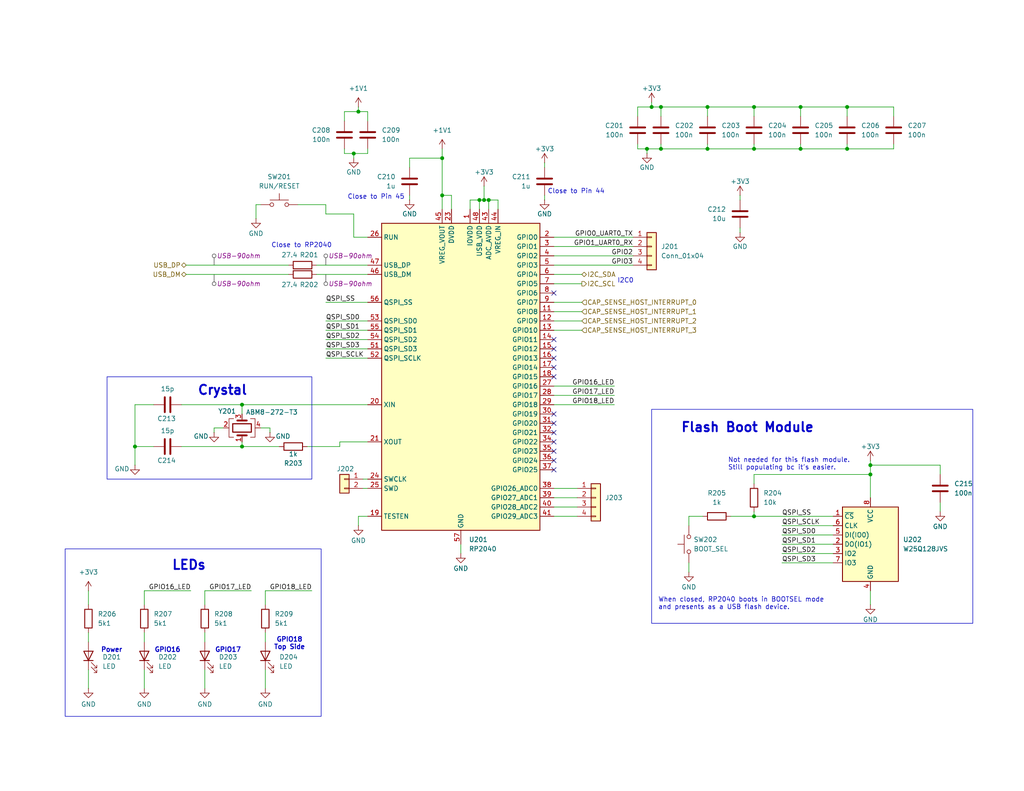
<source format=kicad_sch>
(kicad_sch (version 20231120) (generator "eeschema") (generator_version "8.0")
  (paper "USLetter")
  (lib_symbols
    (symbol "Connector_Generic:Conn_01x02" (pin_names (offset 1.016) hide)
      (property "Reference" "J" (at 0 2.54 0))
      (property "Value" "Conn_01x02" (at 0 -5.08 0))
      (symbol "Conn_01x02_1_1"
        (rectangle (start -1.27 -2.413) (end 0 -2.667) (stroke (width 0.1524)))
        (rectangle (start -1.27 0.127) (end 0 -0.127) (stroke (width 0.1524)))
        (rectangle (start -1.27 1.27) (end 1.27 -3.81) (stroke (width 0.254)) (fill (type background)))
        (pin passive line (at -5.08 0 0) (length 3.81) (name "Pin_1") (number "1"))
        (pin passive line (at -5.08 -2.54 0) (length 3.81) (name "Pin_2") (number "2"))
      )
    )
    (symbol "Connector_Generic:Conn_01x04" (pin_names (offset 1.016) hide)
      (property "Reference" "J" (at 0 5.08 0))
      (property "Value" "Conn_01x04" (at 0 -7.62 0))
      (symbol "Conn_01x04_1_1"
        (rectangle (start -1.27 -4.953) (end 0 -5.207) (stroke (width 0.1524)))
        (rectangle (start -1.27 -2.413) (end 0 -2.667) (stroke (width 0.1524)))
        (rectangle (start -1.27 0.127) (end 0 -0.127) (stroke (width 0.1524)))
        (rectangle (start -1.27 2.667) (end 0 2.413) (stroke (width 0.1524)))
        (rectangle (start -1.27 3.81) (end 1.27 -6.35) (stroke (width 0.254)) (fill (type background)))
        (pin passive line (at -5.08 2.54 0) (length 3.81) (name "Pin_1") (number "1"))
        (pin passive line (at -5.08 0 0) (length 3.81) (name "Pin_2") (number "2"))
        (pin passive line (at -5.08 -2.54 0) (length 3.81) (name "Pin_3") (number "3"))
        (pin passive line (at -5.08 -5.08 0) (length 3.81) (name "Pin_4") (number "4"))
      )
    )
    (symbol "Device:C" (pin_numbers hide) (pin_names (offset 0.254))
      (property "Reference" "C" (at 0.635 2.54 0))
      (property "Value" "C" (at 0.635 -2.54 0))
      (symbol "C_0_1"
        (polyline (pts (xy -2.032 -0.762) (xy 2.032 -0.762)) (stroke (width 0.508)))
        (polyline (pts (xy -2.032 0.762) (xy 2.032 0.762)) (stroke (width 0.508)))
      )
      (symbol "C_1_1"
        (pin passive line (at 0 3.81 270) (length 2.794) (name "~") (number "1"))
        (pin passive line (at 0 -3.81 90) (length 2.794) (name "~") (number "2"))
      )
    )
    (symbol "Device:Crystal_GND24" (pin_names (offset 1.016) hide)
      (property "Reference" "Y" (at 3.175 5.08 0))
      (property "Value" "Crystal_GND24" (at 3.175 3.175 0))
      (symbol "Crystal_GND24_0_1"
        (rectangle (start -1.143 2.54) (end 1.143 -2.54) (stroke (width 0.3048)))
        (polyline (pts (xy -2.54 0) (xy -2.032 0)))
        (polyline (pts (xy -2.032 -1.27) (xy -2.032 1.27)) (stroke (width 0.508)))
        (polyline (pts (xy 0 -3.81) (xy 0 -3.556)))
        (polyline (pts (xy 0 3.556) (xy 0 3.81)))
        (polyline (pts (xy 2.032 -1.27) (xy 2.032 1.27)) (stroke (width 0.508)))
        (polyline (pts (xy 2.032 0) (xy 2.54 0)))
        (polyline (pts (xy -2.54 -2.286) (xy -2.54 -3.556) (xy 2.54 -3.556) (xy 2.54 -2.286)))
        (polyline (pts (xy -2.54 2.286) (xy -2.54 3.556) (xy 2.54 3.556) (xy 2.54 2.286)))
      )
      (symbol "Crystal_GND24_1_1"
        (pin passive line (at -3.81 0 0) (length 1.27) (name "1") (number "1"))
        (pin passive line (at 0 5.08 270) (length 1.27) (name "2") (number "2"))
        (pin passive line (at 3.81 0 180) (length 1.27) (name "3") (number "3"))
        (pin passive line (at 0 -5.08 90) (length 1.27) (name "4") (number "4"))
      )
    )
    (symbol "Device:LED" (pin_numbers hide) (pin_names (offset 1.016) hide)
      (property "Reference" "D" (at 0 2.54 0))
      (property "Value" "LED" (at 0 -2.54 0))
      (symbol "LED_0_1"
        (polyline (pts (xy -1.27 -1.27) (xy -1.27 1.27)) (stroke (width 0.254)))
        (polyline (pts (xy -1.27 0) (xy 1.27 0)))
        (polyline (pts (xy 1.27 -1.27) (xy 1.27 1.27) (xy -1.27 0) (xy 1.27 -1.27)) (stroke (width 0.254)))
        (polyline (pts (xy -3.048 -0.762) (xy -4.572 -2.286) (xy -3.81 -2.286) (xy -4.572 -2.286) (xy -4.572 -1.524)))
        (polyline (pts (xy -1.778 -0.762) (xy -3.302 -2.286) (xy -2.54 -2.286) (xy -3.302 -2.286) (xy -3.302 -1.524)))
      )
      (symbol "LED_1_1"
        (pin passive line (at -3.81 0 0) (length 2.54) (name "K") (number "1"))
        (pin passive line (at 3.81 0 180) (length 2.54) (name "A") (number "2"))
      )
    )
    (symbol "Device:R" (pin_numbers hide) (pin_names (offset 0))
      (property "Reference" "R" (at 2.032 0 90))
      (property "Value" "R" (at 0 0 90))
      (symbol "R_0_1"
        (rectangle (start -1.016 -2.54) (end 1.016 2.54) (stroke (width 0.254)))
      )
      (symbol "R_1_1"
        (pin passive line (at 0 3.81 270) (length 1.27) (name "~") (number "1"))
        (pin passive line (at 0 -3.81 90) (length 1.27) (name "~") (number "2"))
      )
    )
    (symbol "MCU_RaspberryPi:RP2040"
      (property "Reference" "U" (at 17.78 45.72 0))
      (property "Value" "RP2040" (at 17.78 43.18 0))
      (symbol "RP2040_0_1"
        (rectangle (start -21.59 41.91) (end 21.59 -41.91) (stroke (width 0.254)) (fill (type background)))
      )
      (symbol "RP2040_1_1"
        (pin power_in line (at 2.54 45.72 270) (length 3.81) (name "IOVDD") (number "1"))
        (pin passive line (at 2.54 45.72 270) (length 3.81) hide (name "IOVDD") (number "10"))
        (pin bidirectional line (at 25.4 17.78 180) (length 3.81) (name "GPIO8") (number "11"))
        (pin bidirectional line (at 25.4 15.24 180) (length 3.81) (name "GPIO9") (number "12"))
        (pin bidirectional line (at 25.4 12.7 180) (length 3.81) (name "GPIO10") (number "13"))
        (pin bidirectional line (at 25.4 10.16 180) (length 3.81) (name "GPIO11") (number "14"))
        (pin bidirectional line (at 25.4 7.62 180) (length 3.81) (name "GPIO12") (number "15"))
        (pin bidirectional line (at 25.4 5.08 180) (length 3.81) (name "GPIO13") (number "16"))
        (pin bidirectional line (at 25.4 2.54 180) (length 3.81) (name "GPIO14") (number "17"))
        (pin bidirectional line (at 25.4 0 180) (length 3.81) (name "GPIO15") (number "18"))
        (pin input line (at -25.4 -38.1 0) (length 3.81) (name "TESTEN") (number "19"))
        (pin bidirectional line (at 25.4 38.1 180) (length 3.81) (name "GPIO0") (number "2"))
        (pin input line (at -25.4 -7.62 0) (length 3.81) (name "XIN") (number "20"))
        (pin passive line (at -25.4 -17.78 0) (length 3.81) (name "XOUT") (number "21"))
        (pin passive line (at 2.54 45.72 270) (length 3.81) hide (name "IOVDD") (number "22"))
        (pin power_in line (at -2.54 45.72 270) (length 3.81) (name "DVDD") (number "23"))
        (pin input line (at -25.4 -27.94 0) (length 3.81) (name "SWCLK") (number "24"))
        (pin bidirectional line (at -25.4 -30.48 0) (length 3.81) (name "SWD") (number "25"))
        (pin input line (at -25.4 38.1 0) (length 3.81) (name "RUN") (number "26"))
        (pin bidirectional line (at 25.4 -2.54 180) (length 3.81) (name "GPIO16") (number "27"))
        (pin bidirectional line (at 25.4 -5.08 180) (length 3.81) (name "GPIO17") (number "28"))
        (pin bidirectional line (at 25.4 -7.62 180) (length 3.81) (name "GPIO18") (number "29"))
        (pin bidirectional line (at 25.4 35.56 180) (length 3.81) (name "GPIO1") (number "3"))
        (pin bidirectional line (at 25.4 -10.16 180) (length 3.81) (name "GPIO19") (number "30"))
        (pin bidirectional line (at 25.4 -12.7 180) (length 3.81) (name "GPIO20") (number "31"))
        (pin bidirectional line (at 25.4 -15.24 180) (length 3.81) (name "GPIO21") (number "32"))
        (pin passive line (at 2.54 45.72 270) (length 3.81) hide (name "IOVDD") (number "33"))
        (pin bidirectional line (at 25.4 -17.78 180) (length 3.81) (name "GPIO22") (number "34"))
        (pin bidirectional line (at 25.4 -20.32 180) (length 3.81) (name "GPIO23") (number "35"))
        (pin bidirectional line (at 25.4 -22.86 180) (length 3.81) (name "GPIO24") (number "36"))
        (pin bidirectional line (at 25.4 -25.4 180) (length 3.81) (name "GPIO25") (number "37"))
        (pin bidirectional line (at 25.4 -30.48 180) (length 3.81) (name "GPIO26_ADC0") (number "38"))
        (pin bidirectional line (at 25.4 -33.02 180) (length 3.81) (name "GPIO27_ADC1") (number "39"))
        (pin bidirectional line (at 25.4 33.02 180) (length 3.81) (name "GPIO2") (number "4"))
        (pin bidirectional line (at 25.4 -35.56 180) (length 3.81) (name "GPIO28_ADC2") (number "40"))
        (pin bidirectional line (at 25.4 -38.1 180) (length 3.81) (name "GPIO29_ADC3") (number "41"))
        (pin passive line (at 2.54 45.72 270) (length 3.81) hide (name "IOVDD") (number "42"))
        (pin power_in line (at 7.62 45.72 270) (length 3.81) (name "ADC_AVDD") (number "43"))
        (pin power_in line (at 10.16 45.72 270) (length 3.81) (name "VREG_IN") (number "44"))
        (pin power_out line (at -5.08 45.72 270) (length 3.81) (name "VREG_VOUT") (number "45"))
        (pin bidirectional line (at -25.4 27.94 0) (length 3.81) (name "USB_DM") (number "46"))
        (pin bidirectional line (at -25.4 30.48 0) (length 3.81) (name "USB_DP") (number "47"))
        (pin power_in line (at 5.08 45.72 270) (length 3.81) (name "USB_VDD") (number "48"))
        (pin passive line (at 2.54 45.72 270) (length 3.81) hide (name "IOVDD") (number "49"))
        (pin bidirectional line (at 25.4 30.48 180) (length 3.81) (name "GPIO3") (number "5"))
        (pin passive line (at -2.54 45.72 270) (length 3.81) hide (name "DVDD") (number "50"))
        (pin bidirectional line (at -25.4 7.62 0) (length 3.81) (name "QSPI_SD3") (number "51"))
        (pin output line (at -25.4 5.08 0) (length 3.81) (name "QSPI_SCLK") (number "52"))
        (pin bidirectional line (at -25.4 15.24 0) (length 3.81) (name "QSPI_SD0") (number "53"))
        (pin bidirectional line (at -25.4 10.16 0) (length 3.81) (name "QSPI_SD2") (number "54"))
        (pin bidirectional line (at -25.4 12.7 0) (length 3.81) (name "QSPI_SD1") (number "55"))
        (pin bidirectional line (at -25.4 20.32 0) (length 3.81) (name "QSPI_SS") (number "56"))
        (pin power_in line (at 0 -45.72 90) (length 3.81) (name "GND") (number "57"))
        (pin bidirectional line (at 25.4 27.94 180) (length 3.81) (name "GPIO4") (number "6"))
        (pin bidirectional line (at 25.4 25.4 180) (length 3.81) (name "GPIO5") (number "7"))
        (pin bidirectional line (at 25.4 22.86 180) (length 3.81) (name "GPIO6") (number "8"))
        (pin bidirectional line (at 25.4 20.32 180) (length 3.81) (name "GPIO7") (number "9"))
      )
    )
    (symbol "Memory_Flash:W25Q128JVS"
      (property "Reference" "U" (at -8.89 8.89 0))
      (property "Value" "W25Q128JVS" (at 7.62 8.89 0))
      (symbol "W25Q128JVS_0_1"
        (rectangle (start -7.62 10.16) (end 7.62 -10.16) (stroke (width 0.254)) (fill (type background)))
      )
      (symbol "W25Q128JVS_1_1"
        (pin input line (at -10.16 7.62 0) (length 2.54) (name "~{CS}") (number "1"))
        (pin bidirectional line (at -10.16 0 0) (length 2.54) (name "DO(IO1)") (number "2"))
        (pin bidirectional line (at -10.16 -2.54 0) (length 2.54) (name "IO2") (number "3"))
        (pin power_in line (at 0 -12.7 90) (length 2.54) (name "GND") (number "4"))
        (pin bidirectional line (at -10.16 2.54 0) (length 2.54) (name "DI(IO0)") (number "5"))
        (pin input line (at -10.16 5.08 0) (length 2.54) (name "CLK") (number "6"))
        (pin bidirectional line (at -10.16 -5.08 0) (length 2.54) (name "IO3") (number "7"))
        (pin power_in line (at 0 12.7 270) (length 2.54) (name "VCC") (number "8"))
      )
    )
    (symbol "Switch:SW_Push" (pin_numbers hide) (pin_names (offset 1.016) hide)
      (property "Reference" "SW" (at 1.27 2.54 0))
      (property "Value" "SW_Push" (at 0 -1.524 0))
      (symbol "SW_Push_0_1"
        (circle (center -2.032 0) (radius 0.508))
        (polyline (pts (xy 0 1.27) (xy 0 3.048)))
        (polyline (pts (xy 2.54 1.27) (xy -2.54 1.27)))
        (circle (center 2.032 0) (radius 0.508))
        (pin passive line (at -5.08 0 0) (length 2.54) (name "1") (number "1"))
        (pin passive line (at 5.08 0 180) (length 2.54) (name "2") (number "2"))
      )
    )
    (symbol "power:+1V1" (power) (pin_numbers hide) (pin_names (offset 0) hide)
      (property "Value" "+1V1" (at 0 3.556 0))
      (symbol "+1V1_0_1"
        (polyline (pts (xy -0.762 1.27) (xy 0 2.54)))
        (polyline (pts (xy 0 0) (xy 0 2.54)))
        (polyline (pts (xy 0 2.54) (xy 0.762 1.27)))
      )
      (symbol "+1V1_1_1"
        (pin power_in line (at 0 0 90) (length 0) (name "~") (number "1"))
      )
    )
    (symbol "power:+3V3" (power) (pin_numbers hide) (pin_names (offset 0) hide)
      (property "Value" "+3V3" (at 0 3.556 0))
      (symbol "+3V3_0_1"
        (polyline (pts (xy -0.762 1.27) (xy 0 2.54)))
        (polyline (pts (xy 0 0) (xy 0 2.54)))
        (polyline (pts (xy 0 2.54) (xy 0.762 1.27)))
      )
      (symbol "+3V3_1_1"
        (pin power_in line (at 0 0 90) (length 0) (name "~") (number "1"))
      )
    )
    (symbol "power:GND" (power) (pin_numbers hide) (pin_names (offset 0) hide)
      (property "Value" "GND" (at 0 -3.81 0))
      (symbol "GND_0_1"
        (polyline (pts (xy 0 0) (xy 0 -1.27) (xy 1.27 -1.27) (xy 0 -2.54) (xy -1.27 -1.27) (xy 0 -1.27)))
      )
      (symbol "GND_1_1"
        (pin power_in line (at 0 0 270) (length 0) (name "~") (number "1"))
      )
    )
  )
  (junction (at 97.79 30.48))
  (junction (at 120.65 43.18))
  (junction (at 36.83 121.92))
  (junction (at 177.8 29.21))
  (junction (at 218.44 29.21))
  (junction (at 180.34 40.64))
  (junction (at 193.04 40.64))
  (junction (at 237.49 127))
  (junction (at 176.53 40.64))
  (junction (at 130.81 54.61))
  (junction (at 96.52 41.91))
  (junction (at 218.44 40.64))
  (junction (at 231.14 40.64))
  (junction (at 132.08 54.61))
  (junction (at 205.74 40.64))
  (junction (at 237.49 129.54))
  (junction (at 193.04 29.21))
  (junction (at 231.14 29.21))
  (junction (at 180.34 29.21))
  (junction (at 133.35 54.61))
  (junction (at 66.04 110.49))
  (junction (at 205.74 29.21))
  (junction (at 66.04 121.92))
  (junction (at 120.65 53.34))
  (junction (at 205.74 140.97))
  (no_connect (at 151.13 100.33))
  (no_connect (at 151.13 80.01))
  (no_connect (at 151.13 95.25))
  (no_connect (at 151.13 128.27))
  (no_connect (at 151.13 97.79))
  (no_connect (at 151.13 102.87))
  (no_connect (at 151.13 92.71))
  (no_connect (at 151.13 113.03))
  (no_connect (at 151.13 118.11))
  (no_connect (at 151.13 123.19))
  (no_connect (at 151.13 120.65))
  (no_connect (at 151.13 125.73))
  (no_connect (at 151.13 115.57))
  (wire (pts (xy 205.74 40.64) (xy 193.04 40.64)))
  (wire (pts (xy 237.49 129.54) (xy 237.49 135.89)))
  (wire (pts (xy 151.13 64.77) (xy 172.72 64.77)))
  (wire (pts (xy 58.42 116.84) (xy 58.42 118.11)))
  (wire (pts (xy 193.04 39.37) (xy 193.04 40.64)))
  (wire (pts (xy 151.13 69.85) (xy 172.72 69.85)))
  (wire (pts (xy 130.81 54.61) (xy 130.81 57.15)))
  (wire (pts (xy 218.44 29.21) (xy 231.14 29.21)))
  (wire (pts (xy 135.89 54.61) (xy 133.35 54.61)))
  (wire (pts (xy 237.49 127) (xy 237.49 129.54)))
  (wire (pts (xy 81.28 55.88) (xy 88.9 55.88)))
  (wire (pts (xy 88.9 58.42) (xy 88.9 55.88)))
  (wire (pts (xy 86.36 72.39) (xy 100.33 72.39)))
  (wire (pts (xy 243.84 40.64) (xy 231.14 40.64)))
  (wire (pts (xy 58.42 116.84) (xy 60.96 116.84)))
  (wire (pts (xy 72.39 161.29) (xy 85.09 161.29)))
  (wire (pts (xy 123.19 57.15) (xy 123.19 53.34)))
  (wire (pts (xy 39.37 161.29) (xy 52.07 161.29)))
  (wire (pts (xy 173.99 31.75) (xy 173.99 29.21)))
  (wire (pts (xy 96.52 43.18) (xy 96.52 41.91)))
  (wire (pts (xy 55.88 182.88) (xy 55.88 187.96)))
  (wire (pts (xy 187.96 153.67) (xy 187.96 156.21)))
  (wire (pts (xy 176.53 40.64) (xy 180.34 40.64)))
  (wire (pts (xy 72.39 172.72) (xy 72.39 175.26)))
  (wire (pts (xy 201.93 53.34) (xy 201.93 54.61)))
  (wire (pts (xy 99.06 133.35) (xy 100.33 133.35)))
  (wire (pts (xy 83.82 121.92) (xy 92.71 121.92)))
  (wire (pts (xy 205.74 132.08) (xy 205.74 129.54)))
  (wire (pts (xy 55.88 161.29) (xy 68.58 161.29)))
  (wire (pts (xy 237.49 127) (xy 256.54 127)))
  (wire (pts (xy 130.81 54.61) (xy 132.08 54.61)))
  (wire (pts (xy 50.8 74.93) (xy 78.74 74.93)))
  (wire (pts (xy 201.93 62.23) (xy 201.93 63.5)))
  (wire (pts (xy 205.74 139.7) (xy 205.74 140.97)))
  (wire (pts (xy 125.73 148.59) (xy 125.73 151.13)))
  (wire (pts (xy 120.65 40.64) (xy 120.65 43.18)))
  (wire (pts (xy 97.79 29.21) (xy 97.79 30.48)))
  (wire (pts (xy 176.53 40.64) (xy 173.99 40.64)))
  (wire (pts (xy 176.53 41.91) (xy 176.53 40.64)))
  (wire (pts (xy 151.13 85.09) (xy 158.75 85.09)))
  (wire (pts (xy 151.13 72.39) (xy 172.72 72.39)))
  (wire (pts (xy 148.59 53.34) (xy 148.59 54.61)))
  (wire (pts (xy 111.76 45.72) (xy 111.76 43.18)))
  (wire (pts (xy 96.52 41.91) (xy 93.98 41.91)))
  (wire (pts (xy 205.74 29.21) (xy 218.44 29.21)))
  (wire (pts (xy 71.12 116.84) (xy 73.66 116.84)))
  (wire (pts (xy 218.44 40.64) (xy 205.74 40.64)))
  (wire (pts (xy 69.85 55.88) (xy 71.12 55.88)))
  (wire (pts (xy 231.14 40.64) (xy 218.44 40.64)))
  (wire (pts (xy 151.13 90.17) (xy 158.75 90.17)))
  (wire (pts (xy 72.39 161.29) (xy 72.39 165.1)))
  (wire (pts (xy 86.36 74.93) (xy 100.33 74.93)))
  (wire (pts (xy 133.35 54.61) (xy 132.08 54.61)))
  (wire (pts (xy 36.83 121.92) (xy 41.91 121.92)))
  (wire (pts (xy 205.74 29.21) (xy 205.74 31.75)))
  (wire (pts (xy 88.9 87.63) (xy 100.33 87.63)))
  (wire (pts (xy 66.04 110.49) (xy 66.04 113.03)))
  (wire (pts (xy 100.33 30.48) (xy 100.33 33.02)))
  (wire (pts (xy 187.96 143.51) (xy 187.96 140.97)))
  (wire (pts (xy 205.74 39.37) (xy 205.74 40.64)))
  (wire (pts (xy 205.74 129.54) (xy 237.49 129.54)))
  (wire (pts (xy 88.9 97.79) (xy 100.33 97.79)))
  (wire (pts (xy 96.52 64.77) (xy 96.52 58.42)))
  (wire (pts (xy 39.37 182.88) (xy 39.37 187.96)))
  (wire (pts (xy 193.04 31.75) (xy 193.04 29.21)))
  (wire (pts (xy 213.36 143.51) (xy 227.33 143.51)))
  (wire (pts (xy 96.52 58.42) (xy 88.9 58.42)))
  (wire (pts (xy 97.79 140.97) (xy 100.33 140.97)))
  (wire (pts (xy 111.76 53.34) (xy 111.76 54.61)))
  (wire (pts (xy 73.66 116.84) (xy 73.66 118.11)))
  (wire (pts (xy 177.8 29.21) (xy 180.34 29.21)))
  (wire (pts (xy 151.13 140.97) (xy 157.48 140.97)))
  (wire (pts (xy 39.37 161.29) (xy 39.37 165.1)))
  (wire (pts (xy 92.71 120.65) (xy 100.33 120.65)))
  (wire (pts (xy 213.36 146.05) (xy 227.33 146.05)))
  (wire (pts (xy 36.83 110.49) (xy 41.91 110.49)))
  (wire (pts (xy 100.33 40.64) (xy 100.33 41.91)))
  (wire (pts (xy 120.65 53.34) (xy 120.65 57.15)))
  (wire (pts (xy 128.27 57.15) (xy 128.27 54.61)))
  (wire (pts (xy 151.13 138.43) (xy 157.48 138.43)))
  (wire (pts (xy 237.49 161.29) (xy 237.49 165.1)))
  (wire (pts (xy 72.39 182.88) (xy 72.39 187.96)))
  (wire (pts (xy 36.83 121.92) (xy 36.83 110.49)))
  (wire (pts (xy 205.74 140.97) (xy 227.33 140.97)))
  (wire (pts (xy 93.98 30.48) (xy 97.79 30.48)))
  (wire (pts (xy 231.14 29.21) (xy 243.84 29.21)))
  (wire (pts (xy 256.54 137.16) (xy 256.54 139.7)))
  (wire (pts (xy 231.14 39.37) (xy 231.14 40.64)))
  (wire (pts (xy 151.13 105.41) (xy 167.64 105.41)))
  (wire (pts (xy 151.13 77.47) (xy 158.75 77.47)))
  (wire (pts (xy 120.65 53.34) (xy 123.19 53.34)))
  (wire (pts (xy 135.89 57.15) (xy 135.89 54.61)))
  (wire (pts (xy 237.49 125.73) (xy 237.49 127)))
  (wire (pts (xy 256.54 129.54) (xy 256.54 127)))
  (wire (pts (xy 100.33 110.49) (xy 66.04 110.49)))
  (wire (pts (xy 151.13 87.63) (xy 158.75 87.63)))
  (wire (pts (xy 100.33 64.77) (xy 96.52 64.77)))
  (wire (pts (xy 50.8 72.39) (xy 78.74 72.39)))
  (wire (pts (xy 39.37 172.72) (xy 39.37 175.26)))
  (wire (pts (xy 133.35 57.15) (xy 133.35 54.61)))
  (wire (pts (xy 243.84 31.75) (xy 243.84 29.21)))
  (wire (pts (xy 148.59 44.45) (xy 148.59 45.72)))
  (wire (pts (xy 151.13 82.55) (xy 158.75 82.55)))
  (wire (pts (xy 24.13 172.72) (xy 24.13 175.26)))
  (wire (pts (xy 69.85 59.69) (xy 69.85 55.88)))
  (wire (pts (xy 173.99 40.64) (xy 173.99 39.37)))
  (wire (pts (xy 199.39 140.97) (xy 205.74 140.97)))
  (wire (pts (xy 36.83 127) (xy 36.83 121.92)))
  (wire (pts (xy 180.34 29.21) (xy 193.04 29.21)))
  (wire (pts (xy 151.13 133.35) (xy 157.48 133.35)))
  (wire (pts (xy 97.79 30.48) (xy 100.33 30.48)))
  (wire (pts (xy 193.04 29.21) (xy 205.74 29.21)))
  (wire (pts (xy 88.9 90.17) (xy 100.33 90.17)))
  (wire (pts (xy 180.34 39.37) (xy 180.34 40.64)))
  (wire (pts (xy 177.8 27.94) (xy 177.8 29.21)))
  (wire (pts (xy 151.13 135.89) (xy 157.48 135.89)))
  (wire (pts (xy 49.53 110.49) (xy 66.04 110.49)))
  (wire (pts (xy 151.13 107.95) (xy 167.64 107.95)))
  (wire (pts (xy 88.9 92.71) (xy 100.33 92.71)))
  (wire (pts (xy 66.04 121.92) (xy 76.2 121.92)))
  (wire (pts (xy 173.99 29.21) (xy 177.8 29.21)))
  (wire (pts (xy 180.34 29.21) (xy 180.34 31.75)))
  (wire (pts (xy 231.14 29.21) (xy 231.14 31.75)))
  (wire (pts (xy 120.65 43.18) (xy 120.65 53.34)))
  (wire (pts (xy 97.79 143.51) (xy 97.79 140.97)))
  (wire (pts (xy 218.44 39.37) (xy 218.44 40.64)))
  (wire (pts (xy 49.53 121.92) (xy 66.04 121.92)))
  (wire (pts (xy 88.9 82.55) (xy 100.33 82.55)))
  (wire (pts (xy 132.08 50.8) (xy 132.08 54.61)))
  (wire (pts (xy 128.27 54.61) (xy 130.81 54.61)))
  (wire (pts (xy 24.13 182.88) (xy 24.13 187.96)))
  (wire (pts (xy 151.13 74.93) (xy 158.75 74.93)))
  (wire (pts (xy 92.71 121.92) (xy 92.71 120.65)))
  (wire (pts (xy 55.88 172.72) (xy 55.88 175.26)))
  (wire (pts (xy 96.52 41.91) (xy 100.33 41.91)))
  (wire (pts (xy 151.13 110.49) (xy 167.64 110.49)))
  (wire (pts (xy 111.76 43.18) (xy 120.65 43.18)))
  (wire (pts (xy 151.13 67.31) (xy 172.72 67.31)))
  (wire (pts (xy 88.9 95.25) (xy 100.33 95.25)))
  (wire (pts (xy 187.96 140.97) (xy 191.77 140.97)))
  (wire (pts (xy 93.98 41.91) (xy 93.98 40.64)))
  (wire (pts (xy 24.13 161.29) (xy 24.13 165.1)))
  (wire (pts (xy 213.36 148.59) (xy 227.33 148.59)))
  (wire (pts (xy 66.04 121.92) (xy 66.04 120.65)))
  (wire (pts (xy 243.84 39.37) (xy 243.84 40.64)))
  (wire (pts (xy 193.04 40.64) (xy 180.34 40.64)))
  (wire (pts (xy 218.44 29.21) (xy 218.44 31.75)))
  (wire (pts (xy 93.98 33.02) (xy 93.98 30.48)))
  (wire (pts (xy 213.36 151.13) (xy 227.33 151.13)))
  (wire (pts (xy 99.06 130.81) (xy 100.33 130.81)))
  (wire (pts (xy 55.88 161.29) (xy 55.88 165.1)))
  (wire (pts (xy 213.36 153.67) (xy 227.33 153.67)))
  (rectangle (start 17.78 149.86) (end 87.63 195.58))
  (rectangle (start 177.8 111.76) (end 265.43 170.18))
  (rectangle (start 29.21 102.87) (end 85.09 130.81))
  (text "GPIO16" (at 45.72 177.546 0) (effects (font (size 1.27 1.27) (thickness 0.254) (bold yes))))
  (text "When closed, RP2040 boots in BOOTSEL mode\nand presents as a USB flash device." (at 179.578 164.846 0) (effects (font (size 1.27 1.27)) (justify left)))
  (text "Close to RP2040" (at 82.296 67.056 0) (effects (font (size 1.27 1.27))))
  (text "GPIO17" (at 62.23 177.546 0) (effects (font (size 1.27 1.27) (thickness 0.254) (bold yes))))
  (text "Flash Boot Module" (at 203.962 116.84 0) (effects (font (size 2.54 2.54) (thickness 0.508) (bold yes))))
  (text "Power" (at 30.48 177.546 0) (effects (font (size 1.27 1.27) (thickness 0.254) (bold yes))))
  (text "LEDs" (at 51.562 154.432 0) (effects (font (size 2.54 2.54) (thickness 0.508) (bold yes))))
  (text "Not needed for this flash module.\nStill populating bc it's easier." (at 198.628 124.968 0) (effects (font (size 1.27 1.27)) (justify left top)))
  (text "GPIO18\nTop Side" (at 78.994 175.768 0) (effects (font (size 1.27 1.27) (thickness 0.254) (bold yes))))
  (text "Crystal" (at 60.706 106.68 0) (effects (font (size 2.54 2.54) (thickness 0.508) (bold yes))))
  (text "Close to Pin 45" (at 102.616 53.848 0) (effects (font (size 1.27 1.27))))
  (text "I2C0" (at 170.688 76.708 0) (effects (font (size 1.27 1.27))))
  (text "Close to Pin 44" (at 157.226 52.324 0) (effects (font (size 1.27 1.27))))
  (label "QSPI_SD3" (at 213.36 153.67 0))
  (label "GPIO16_LED" (at 52.07 161.29 180))
  (label "QSPI_SS" (at 213.36 140.97 0))
  (label "QSPI_SD2" (at 213.36 151.13 0))
  (label "GPIO18_LED" (at 85.09 161.29 180))
  (label "QSPI_SD1" (at 213.36 148.59 0))
  (label "QSPI_SCLK" (at 88.9 97.79 0))
  (label "GPIO16_LED" (at 167.64 105.41 180))
  (label "GPIO1_UART0_RX" (at 172.72 67.31 180))
  (label "QSPI_SD2" (at 88.9 92.71 0))
  (label "QSPI_SS" (at 88.9 82.55 0))
  (label "QSPI_SD0" (at 213.36 146.05 0))
  (label "QSPI_SD3" (at 88.9 95.25 0))
  (label "GPIO17_LED" (at 68.58 161.29 180))
  (label "QSPI_SD0" (at 88.9 87.63 0))
  (label "QSPI_SD1" (at 88.9 90.17 0))
  (label "QSPI_SCLK" (at 213.36 143.51 0))
  (label "GPIO0_UART0_TX" (at 172.72 64.77 180))
  (label "GPIO3" (at 172.72 72.39 180))
  (label "GPIO2" (at 172.72 69.85 180))
  (label "GPIO17_LED" (at 167.64 107.95 180))
  (label "GPIO18_LED" (at 167.64 110.49 180))
  (hierarchical_label "USB_DM" (shape bidirectional) (at 50.8 74.93 180))
  (hierarchical_label "CAP_SENSE_HOST_INTERRUPT_1" (shape input) (at 158.75 85.09 0))
  (hierarchical_label "USB_DP" (shape bidirectional) (at 50.8 72.39 180))
  (hierarchical_label "CAP_SENSE_HOST_INTERRUPT_0" (shape input) (at 158.75 82.55 0))
  (hierarchical_label "CAP_SENSE_HOST_INTERRUPT_3" (shape input) (at 158.75 90.17 0))
  (hierarchical_label "I2C_SDA" (shape bidirectional) (at 158.75 74.93 0))
  (hierarchical_label "CAP_SENSE_HOST_INTERRUPT_2" (shape input) (at 158.75 87.63 0))
  (hierarchical_label "I2C_SCL" (shape output) (at 158.75 77.47 0))
  (netclass_flag "" (length 2.54) (shape round) (at 58.42 74.93 180) (property "Netclass" "USB-90ohm" (at 59.1185 77.47 0) (effects (font (italic yes)) (justify left))))
  (netclass_flag "" (length 2.54) (shape round) (at 88.9 72.39 0) (property "Netclass" "USB-90ohm" (at 89.5985 69.85 0) (effects (font (italic yes)) (justify left))))
  (netclass_flag "" (length 2.54) (shape round) (at 88.9 74.93 180) (property "Netclass" "USB-90ohm" (at 89.5985 77.47 0) (effects (font (italic yes)) (justify left))))
  (netclass_flag "" (length 2.54) (shape round) (at 58.42 72.39 0) (property "Netclass" "USB-90ohm" (at 59.1185 69.85 0) (effects (font (italic yes)) (justify left))))
  (symbol (lib_id "power:GND") (at 187.96 156.21 0) (unit 1)
    (property "Reference" "#PWR0220" (effects (hide yes)))
    (property "Value" "GND" (at 187.96 160.274 0))
    (property "Description" "Power symbol creates a global label with name \"GND\" , ground" (effects (hide yes)))
  )
  (symbol (lib_id "Switch:SW_Push") (at 187.96 148.59 90) (unit 1)
    (property "Reference" "SW202" (at 189.23 147.3199 90) (effects (justify right)))
    (property "Value" "BOOT_SEL" (at 189.23 149.8599 90) (effects (justify right)))
    (property "Footprint" "Button_Switch_SMD:SW_Push_1P1T_XKB_TS-1187A" (effects (hide yes)))
    (property "Description" "Push button switch, generic, two pins" (effects (hide yes)))
    (property "LCSC" "C318884" (effects (hide yes)))
  )
  (symbol (lib_id "power:+3V3") (at 177.8 27.94 0) (unit 1)
    (property "Reference" "#PWR0201" (effects (hide yes)))
    (property "Value" "+3V3" (at 177.8 24.13 0))
    (property "Description" "Power symbol creates a global label with name \"+3V3\"" (effects (hide yes)))
  )
  (symbol (lib_id "Device:LED") (at 39.37 179.07 90) (unit 1)
    (property "Reference" "D202" (at 43.18 179.3874 90) (effects (justify right)))
    (property "Value" "LED" (at 43.18 181.9274 90) (effects (justify right)))
    (property "Footprint" "LED_SMD:LED_0603_1608Metric" (effects (hide yes)))
    (property "Description" "Light emitting diode" (effects (hide yes)))
  )
  (symbol (lib_id "Device:C") (at 173.99 35.56 0) (unit 1)
    (property "Reference" "C201" (at 170.18 34.2899 0) (effects (justify right)))
    (property "Value" "100n" (at 170.18 36.8299 0) (effects (justify right)))
    (property "Footprint" "Capacitor_SMD:C_0402_1005Metric" (effects (hide yes)))
    (property "Description" "Unpolarized capacitor" (effects (hide yes)))
  )
  (symbol (lib_id "Device:C") (at 45.72 121.92 90) (unit 1)
    (property "Reference" "C214" (at 45.466 125.73 90))
    (property "Value" "15p" (at 45.72 117.602 90))
    (property "Footprint" "Capacitor_SMD:C_0402_1005Metric" (effects (hide yes)))
    (property "Description" "Unpolarized capacitor" (effects (hide yes)))
  )
  (symbol (lib_id "power:+1V1") (at 97.79 29.21 0) (unit 1)
    (property "Reference" "#PWR0202" (effects (hide yes)))
    (property "Value" "+1V1" (at 97.79 24.13 0))
    (property "Description" "Power symbol creates a global label with name \"+1V1\"" (effects (hide yes)))
  )
  (symbol (lib_id "Connector_Generic:Conn_01x04") (at 162.56 135.89 0) (unit 1)
    (property "Reference" "J203" (at 165.1 135.8899 0) (effects (justify left)))
    (property "Value" "Conn_01x04" (effects (hide yes)))
    (property "Footprint" "Connector_PinHeader_2.54mm:PinHeader_1x04_P2.54mm_Vertical_SMD_Pin1Left" (effects (hide yes)))
    (property "Description" "Generic connector, single row, 01x04, script generated (kicad-library-utils/schlib/autogen/connector/)" (effects (hide yes)))
  )
  (symbol (lib_id "Device:R") (at 80.01 121.92 90) (mirror x) (unit 1)
    (property "Reference" "R203" (at 80.01 126.492 90))
    (property "Value" "1k" (at 80.01 123.952 90))
    (property "Footprint" "Resistor_SMD:R_0402_1005Metric" (effects (hide yes)))
    (property "Description" "Resistor" (effects (hide yes)))
  )
  (symbol (lib_id "Device:C") (at 111.76 49.53 0) (unit 1)
    (property "Reference" "C210" (at 107.95 48.2599 0) (effects (justify right)))
    (property "Value" "1u" (at 107.95 50.7999 0) (effects (justify right)))
    (property "Footprint" "Capacitor_SMD:C_0402_1005Metric" (effects (hide yes)))
    (property "Description" "Unpolarized capacitor" (effects (hide yes)))
  )
  (symbol (lib_id "power:GND") (at 111.76 54.61 0) (unit 1)
    (property "Reference" "#PWR0209" (effects (hide yes)))
    (property "Value" "GND" (at 111.76 58.42 0))
    (property "Description" "Power symbol creates a global label with name \"GND\" , ground" (effects (hide yes)))
  )
  (symbol (lib_id "Switch:SW_Push") (at 76.2 55.88 0) (unit 1)
    (property "Reference" "SW201" (at 76.2 48.26 0))
    (property "Value" "RUN/RESET" (at 76.2 50.8 0))
    (property "Footprint" "Button_Switch_SMD:SW_Push_1P1T_XKB_TS-1187A" (effects (hide yes)))
    (property "Description" "Push button switch, generic, two pins" (effects (hide yes)))
    (property "LCSC" "C318884" (effects (hide yes)))
  )
  (symbol (lib_id "Device:C") (at 93.98 36.83 0) (unit 1)
    (property "Reference" "C208" (at 90.17 35.5599 0) (effects (justify right)))
    (property "Value" "100n" (at 90.17 38.0999 0) (effects (justify right)))
    (property "Footprint" "Capacitor_SMD:C_0402_1005Metric" (effects (hide yes)))
    (property "Description" "Unpolarized capacitor" (effects (hide yes)))
  )
  (symbol (lib_id "power:GND") (at 36.83 127 0) (mirror y) (unit 1)
    (property "Reference" "#PWR0216" (effects (hide yes)))
    (property "Value" "GND" (at 33.274 128.016 0))
    (property "Description" "Power symbol creates a global label with name \"GND\" , ground" (effects (hide yes)))
  )
  (symbol (lib_id "power:GND") (at 237.49 165.1 0) (unit 1)
    (property "Reference" "#PWR0222" (effects (hide yes)))
    (property "Value" "GND" (at 237.49 169.164 0))
    (property "Description" "Power symbol creates a global label with name \"GND\" , ground" (effects (hide yes)))
  )
  (symbol (lib_id "power:GND") (at 125.73 151.13 0) (unit 1)
    (property "Reference" "#PWR0219" (effects (hide yes)))
    (property "Value" "GND" (at 125.73 155.194 0))
    (property "Description" "Power symbol creates a global label with name \"GND\" , ground" (effects (hide yes)))
  )
  (symbol (lib_id "power:+3V3") (at 132.08 50.8 0) (unit 1)
    (property "Reference" "#PWR0207" (effects (hide yes)))
    (property "Value" "+3V3" (at 132.08 46.99 0))
    (property "Description" "Power symbol creates a global label with name \"+3V3\"" (effects (hide yes)))
  )
  (symbol (lib_id "Device:R") (at 82.55 72.39 90) (unit 1)
    (property "Reference" "R201" (at 84.328 69.596 90))
    (property "Value" "27.4" (at 78.994 69.596 90))
    (property "Footprint" "Resistor_SMD:R_0402_1005Metric" (effects (hide yes)))
    (property "Description" "Resistor" (effects (hide yes)))
  )
  (symbol (lib_id "Device:C") (at 218.44 35.56 0) (mirror y) (unit 1)
    (property "Reference" "C205" (at 222.25 34.2899 0) (effects (justify right)))
    (property "Value" "100n" (at 222.25 36.8299 0) (effects (justify right)))
    (property "Footprint" "Capacitor_SMD:C_0402_1005Metric" (effects (hide yes)))
    (property "Description" "Unpolarized capacitor" (effects (hide yes)))
  )
  (symbol (lib_id "Device:C") (at 180.34 35.56 0) (mirror y) (unit 1)
    (property "Reference" "C202" (at 184.15 34.2899 0) (effects (justify right)))
    (property "Value" "100n" (at 184.15 36.8299 0) (effects (justify right)))
    (property "Footprint" "Capacitor_SMD:C_0402_1005Metric" (effects (hide yes)))
    (property "Description" "Unpolarized capacitor" (effects (hide yes)))
  )
  (symbol (lib_id "Device:C") (at 148.59 49.53 0) (unit 1)
    (property "Reference" "C211" (at 144.78 48.2599 0) (effects (justify right)))
    (property "Value" "1u" (at 144.78 50.7999 0) (effects (justify right)))
    (property "Footprint" "Capacitor_SMD:C_0402_1005Metric" (effects (hide yes)))
    (property "Description" "Unpolarized capacitor" (effects (hide yes)))
  )
  (symbol (lib_id "Memory_Flash:W25Q128JVS") (at 237.49 148.59 0) (unit 1)
    (property "Reference" "U202" (at 246.38 147.3199 0) (effects (justify left)))
    (property "Value" "W25Q128JVS" (at 246.38 149.8599 0) (effects (justify left)))
    (property "Footprint" "Package_SO:SOIC-8_5.23x5.23mm_P1.27mm" (effects (hide yes)))
    (property "Datasheet" "http://www.winbond.com/resource-files/w25q128jv_dtr%20revc%2003272018%20plus.pdf" (effects (hide yes)))
    (property "Description" "128Mb Serial Flash Memory, Standard/Dual/Quad SPI, SOIC-8" (effects (hide yes)))
    (property "LCSC" "C97521" (effects (hide yes)))
  )
  (symbol (lib_id "power:+3V3") (at 148.59 44.45 0) (unit 1)
    (property "Reference" "#PWR0206" (effects (hide yes)))
    (property "Value" "+3V3" (at 148.59 40.64 0))
    (property "Description" "Power symbol creates a global label with name \"+3V3\"" (effects (hide yes)))
  )
  (symbol (lib_id "Device:LED") (at 24.13 179.07 90) (unit 1)
    (property "Reference" "D201" (at 27.94 179.3874 90) (effects (justify right)))
    (property "Value" "LED" (at 27.94 181.9274 90) (effects (justify right)))
    (property "Footprint" "LED_SMD:LED_0603_1608Metric" (effects (hide yes)))
    (property "Description" "Light emitting diode" (effects (hide yes)))
  )
  (symbol (lib_id "Device:LED") (at 55.88 179.07 90) (unit 1)
    (property "Reference" "D203" (at 59.69 179.3874 90) (effects (justify right)))
    (property "Value" "LED" (at 59.69 181.9274 90) (effects (justify right)))
    (property "Footprint" "LED_SMD:LED_0603_1608Metric" (effects (hide yes)))
    (property "Description" "Light emitting diode" (effects (hide yes)))
  )
  (symbol (lib_id "Device:R") (at 24.13 168.91 0) (unit 1)
    (property "Reference" "R206" (at 26.67 167.6399 0) (effects (justify left)))
    (property "Value" "5k1" (at 26.67 170.1799 0) (effects (justify left)))
    (property "Footprint" "Resistor_SMD:R_0402_1005Metric" (effects (hide yes)))
    (property "Description" "Resistor" (effects (hide yes)))
  )
  (symbol (lib_id "Device:R") (at 82.55 74.93 90) (mirror x) (unit 1)
    (property "Reference" "R202" (at 84.328 77.724 90))
    (property "Value" "27.4" (at 78.994 77.724 90))
    (property "Footprint" "Resistor_SMD:R_0402_1005Metric" (effects (hide yes)))
    (property "Description" "Resistor" (effects (hide yes)))
  )
  (symbol (lib_id "Device:C") (at 100.33 36.83 0) (mirror y) (unit 1)
    (property "Reference" "C209" (at 104.14 35.5599 0) (effects (justify right)))
    (property "Value" "100n" (at 104.14 38.0999 0) (effects (justify right)))
    (property "Footprint" "Capacitor_SMD:C_0402_1005Metric" (effects (hide yes)))
    (property "Description" "Unpolarized capacitor" (effects (hide yes)))
  )
  (symbol (lib_id "power:GND") (at 55.88 187.96 0) (unit 1)
    (property "Reference" "#PWR0225" (effects (hide yes)))
    (property "Value" "GND" (at 55.88 192.278 0))
    (property "Description" "Power symbol creates a global label with name \"GND\" , ground" (effects (hide yes)))
  )
  (symbol (lib_id "power:GND") (at 96.52 43.18 0) (unit 1)
    (property "Reference" "#PWR0205" (effects (hide yes)))
    (property "Value" "GND" (at 96.52 46.99 0))
    (property "Description" "Power symbol creates a global label with name \"GND\" , ground" (effects (hide yes)))
  )
  (symbol (lib_id "Device:C") (at 201.93 58.42 0) (unit 1)
    (property "Reference" "C212" (at 198.12 57.1499 0) (effects (justify right)))
    (property "Value" "10u" (at 198.12 59.6899 0) (effects (justify right)))
    (property "Footprint" "Capacitor_SMD:C_0402_1005Metric" (effects (hide yes)))
    (property "Description" "Unpolarized capacitor" (effects (hide yes)))
  )
  (symbol (lib_id "power:+3V3") (at 237.49 125.73 0) (unit 1)
    (property "Reference" "#PWR0215" (effects (hide yes)))
    (property "Value" "+3V3" (at 237.49 121.92 0))
    (property "Description" "Power symbol creates a global label with name \"+3V3\"" (effects (hide yes)))
  )
  (symbol (lib_id "Device:R") (at 72.39 168.91 0) (unit 1)
    (property "Reference" "R209" (at 74.93 167.6399 0) (effects (justify left)))
    (property "Value" "5k1" (at 74.93 170.1799 0) (effects (justify left)))
    (property "Footprint" "Resistor_SMD:R_0402_1005Metric" (effects (hide yes)))
    (property "Description" "Resistor" (effects (hide yes)))
  )
  (symbol (lib_id "power:GND") (at 256.54 139.7 0) (unit 1)
    (property "Reference" "#PWR0217" (effects (hide yes)))
    (property "Value" "GND" (at 256.54 143.764 0))
    (property "Description" "Power symbol creates a global label with name \"GND\" , ground" (effects (hide yes)))
  )
  (symbol (lib_id "Device:C") (at 45.72 110.49 90) (unit 1)
    (property "Reference" "C213" (at 45.466 114.3 90))
    (property "Value" "15p" (at 45.72 106.172 90))
    (property "Footprint" "Capacitor_SMD:C_0402_1005Metric" (effects (hide yes)))
    (property "Description" "Unpolarized capacitor" (effects (hide yes)))
  )
  (symbol (lib_id "Device:R") (at 55.88 168.91 0) (unit 1)
    (property "Reference" "R208" (at 58.42 167.6399 0) (effects (justify left)))
    (property "Value" "5k1" (at 58.42 170.1799 0) (effects (justify left)))
    (property "Footprint" "Resistor_SMD:R_0402_1005Metric" (effects (hide yes)))
    (property "Description" "Resistor" (effects (hide yes)))
  )
  (symbol (lib_id "power:GND") (at 201.93 63.5 0) (unit 1)
    (property "Reference" "#PWR0212" (effects (hide yes)))
    (property "Value" "GND" (at 201.93 67.31 0))
    (property "Description" "Power symbol creates a global label with name \"GND\" , ground" (effects (hide yes)))
  )
  (symbol (lib_id "Device:C") (at 193.04 35.56 0) (mirror y) (unit 1)
    (property "Reference" "C203" (at 196.85 34.2899 0) (effects (justify right)))
    (property "Value" "100n" (at 196.85 36.8299 0) (effects (justify right)))
    (property "Footprint" "Capacitor_SMD:C_0402_1005Metric" (effects (hide yes)))
    (property "Description" "Unpolarized capacitor" (effects (hide yes)))
  )
  (symbol (lib_id "Device:R") (at 195.58 140.97 90) (unit 1)
    (property "Reference" "R205" (at 195.58 134.62 90))
    (property "Value" "1k" (at 195.58 137.16 90))
    (property "Footprint" "Resistor_SMD:R_0402_1005Metric" (effects (hide yes)))
    (property "Description" "Resistor" (effects (hide yes)))
  )
  (symbol (lib_id "MCU_RaspberryPi:RP2040") (at 125.73 102.87 0) (unit 1)
    (property "Reference" "U201" (at 127.9241 147.32 0) (effects (justify left)))
    (property "Value" "RP2040" (at 127.9241 149.86 0) (effects (justify left)))
    (property "Footprint" "Package_DFN_QFN:QFN-56-1EP_7x7mm_P0.4mm_EP3.2x3.2mm" (effects (hide yes)))
    (property "Datasheet" "https://datasheets.raspberrypi.com/rp2040/rp2040-datasheet.pdf" (effects (hide yes)))
    (property "Description" "A microcontroller by Raspberry Pi" (effects (hide yes)))
  )
  (symbol (lib_id "power:GND") (at 148.59 54.61 0) (unit 1)
    (property "Reference" "#PWR0210" (effects (hide yes)))
    (property "Value" "GND" (at 148.59 58.42 0))
    (property "Description" "Power symbol creates a global label with name \"GND\" , ground" (effects (hide yes)))
  )
  (symbol (lib_id "power:+3V3") (at 24.13 161.29 0) (unit 1)
    (property "Reference" "#PWR0221" (effects (hide yes)))
    (property "Value" "+3V3" (at 24.13 156.21 0))
    (property "Description" "Power symbol creates a global label with name \"+3V3\"" (effects (hide yes)))
  )
  (symbol (lib_id "power:GND") (at 24.13 187.96 0) (unit 1)
    (property "Reference" "#PWR0223" (effects (hide yes)))
    (property "Value" "GND" (at 24.13 192.278 0))
    (property "Description" "Power symbol creates a global label with name \"GND\" , ground" (effects (hide yes)))
  )
  (symbol (lib_id "power:GND") (at 39.37 187.96 0) (unit 1)
    (property "Reference" "#PWR0224" (effects (hide yes)))
    (property "Value" "GND" (at 39.37 192.278 0))
    (property "Description" "Power symbol creates a global label with name \"GND\" , ground" (effects (hide yes)))
  )
  (symbol (lib_id "power:GND") (at 73.66 118.11 0) (unit 1)
    (property "Reference" "#PWR0214" (effects (hide yes)))
    (property "Value" "GND" (at 77.216 119.126 0))
    (property "Description" "Power symbol creates a global label with name \"GND\" , ground" (effects (hide yes)))
  )
  (symbol (lib_id "power:+3V3") (at 201.93 53.34 0) (unit 1)
    (property "Reference" "#PWR0208" (effects (hide yes)))
    (property "Value" "+3V3" (at 201.93 49.53 0))
    (property "Description" "Power symbol creates a global label with name \"+3V3\"" (effects (hide yes)))
  )
  (symbol (lib_id "Device:R") (at 39.37 168.91 0) (unit 1)
    (property "Reference" "R207" (at 41.91 167.6399 0) (effects (justify left)))
    (property "Value" "5k1" (at 41.91 170.1799 0) (effects (justify left)))
    (property "Footprint" "Resistor_SMD:R_0402_1005Metric" (effects (hide yes)))
    (property "Description" "Resistor" (effects (hide yes)))
  )
  (symbol (lib_id "power:GND") (at 69.85 59.69 0) (unit 1)
    (property "Reference" "#PWR0211" (effects (hide yes)))
    (property "Value" "GND" (at 69.85 63.754 0))
    (property "Description" "Power symbol creates a global label with name \"GND\" , ground" (effects (hide yes)))
  )
  (symbol (lib_id "Device:C") (at 243.84 35.56 0) (mirror y) (unit 1)
    (property "Reference" "C207" (at 247.65 34.2899 0) (effects (justify right)))
    (property "Value" "100n" (at 247.65 36.8299 0) (effects (justify right)))
    (property "Footprint" "Capacitor_SMD:C_0402_1005Metric" (effects (hide yes)))
    (property "Description" "Unpolarized capacitor" (effects (hide yes)))
  )
  (symbol (lib_id "Device:C") (at 231.14 35.56 0) (mirror y) (unit 1)
    (property "Reference" "C206" (at 234.95 34.2899 0) (effects (justify right)))
    (property "Value" "100n" (at 234.95 36.8299 0) (effects (justify right)))
    (property "Footprint" "Capacitor_SMD:C_0402_1005Metric" (effects (hide yes)))
    (property "Description" "Unpolarized capacitor" (effects (hide yes)))
  )
  (symbol (lib_id "Connector_Generic:Conn_01x04") (at 177.8 67.31 0) (unit 1)
    (property "Reference" "J201" (at 180.34 67.3099 0) (effects (justify left)))
    (property "Value" "Conn_01x04" (at 180.34 69.8499 0) (effects (justify left)))
    (property "Footprint" "Connector_PinHeader_2.54mm:PinHeader_1x04_P2.54mm_Vertical_SMD_Pin1Left" (effects (hide yes)))
    (property "Description" "Generic connector, single row, 01x04, script generated (kicad-library-utils/schlib/autogen/connector/)" (effects (hide yes)))
  )
  (symbol (lib_id "power:GND") (at 176.53 41.91 0) (unit 1)
    (property "Reference" "#PWR0204" (effects (hide yes)))
    (property "Value" "GND" (at 176.53 45.72 0))
    (property "Description" "Power symbol creates a global label with name \"GND\" , ground" (effects (hide yes)))
  )
  (symbol (lib_id "power:GND") (at 72.39 187.96 0) (unit 1)
    (property "Reference" "#PWR0226" (effects (hide yes)))
    (property "Value" "GND" (at 72.39 192.278 0))
    (property "Description" "Power symbol creates a global label with name \"GND\" , ground" (effects (hide yes)))
  )
  (symbol (lib_id "Device:R") (at 205.74 135.89 0) (unit 1)
    (property "Reference" "R204" (at 208.28 134.6199 0) (effects (justify left)))
    (property "Value" "10k" (at 208.28 137.1599 0) (effects (justify left)))
    (property "Footprint" "Resistor_SMD:R_0402_1005Metric" (effects (hide yes)))
    (property "Description" "Resistor" (effects (hide yes)))
  )
  (symbol (lib_id "Device:C") (at 205.74 35.56 0) (mirror y) (unit 1)
    (property "Reference" "C204" (at 209.55 34.2899 0) (effects (justify right)))
    (property "Value" "100n" (at 209.55 36.8299 0) (effects (justify right)))
    (property "Footprint" "Capacitor_SMD:C_0402_1005Metric" (effects (hide yes)))
    (property "Description" "Unpolarized capacitor" (effects (hide yes)))
  )
  (symbol (lib_id "Device:C") (at 256.54 133.35 0) (unit 1)
    (property "Reference" "C215" (at 260.35 132.0799 0) (effects (justify left)))
    (property "Value" "100n" (at 260.35 134.6199 0) (effects (justify left)))
    (property "Footprint" "Capacitor_SMD:C_0402_1005Metric" (effects (hide yes)))
    (property "Description" "Unpolarized capacitor" (effects (hide yes)))
  )
  (symbol (lib_id "power:GND") (at 58.42 118.11 0) (mirror y) (unit 1)
    (property "Reference" "#PWR0213" (effects (hide yes)))
    (property "Value" "GND" (at 54.864 119.126 0))
    (property "Description" "Power symbol creates a global label with name \"GND\" , ground" (effects (hide yes)))
  )
  (symbol (lib_id "power:+1V1") (at 120.65 40.64 0) (unit 1)
    (property "Reference" "#PWR0203" (effects (hide yes)))
    (property "Value" "+1V1" (at 120.65 35.56 0))
    (property "Description" "Power symbol creates a global label with name \"+1V1\"" (effects (hide yes)))
  )
  (symbol (lib_id "power:GND") (at 97.79 143.51 0) (unit 1)
    (property "Reference" "#PWR0218" (effects (hide yes)))
    (property "Value" "GND" (at 97.79 147.574 0))
    (property "Description" "Power symbol creates a global label with name \"GND\" , ground" (effects (hide yes)))
  )
  (symbol (lib_id "Device:LED") (at 72.39 179.07 90) (unit 1)
    (property "Reference" "D204" (at 76.2 179.3874 90) (effects (justify right)))
    (property "Value" "LED" (at 76.2 181.9274 90) (effects (justify right)))
    (property "Footprint" "LED_SMD:LED_0603_1608Metric" (effects (hide yes)))
    (property "Description" "Light emitting diode" (effects (hide yes)))
  )
  (symbol (lib_id "Device:Crystal_GND24") (at 66.04 116.84 90) (unit 1)
    (property "Reference" "Y201" (at 61.976 112.268 90))
    (property "Value" "ABM8-272-T3" (at 74.168 112.522 90))
    (property "Footprint" "Crystal:Crystal_SMD_3225-4Pin_3.2x2.5mm" (effects (hide yes)))
    (property "Description" "Four pin crystal, GND on pins 2 and 4" (effects (hide yes)))
    (property "LCSC" "C20625731" (effects (hide yes)))
  )
  (symbol (lib_id "Connector_Generic:Conn_01x02") (at 93.98 130.81 0) (mirror y) (unit 1)
    (property "Reference" "J202" (at 94.234 128.016 0))
    (property "Value" "Conn_01x02" (effects (hide yes)))
    (property "Footprint" "Connector_PinHeader_2.54mm:PinHeader_1x02_P2.54mm_Vertical_SMD_Pin1Left" (effects (hide yes)))
    (property "Description" "Generic connector, single row, 01x02, script generated (kicad-library-utils/schlib/autogen/connector/)" (effects (hide yes)))
  )
)
</source>
